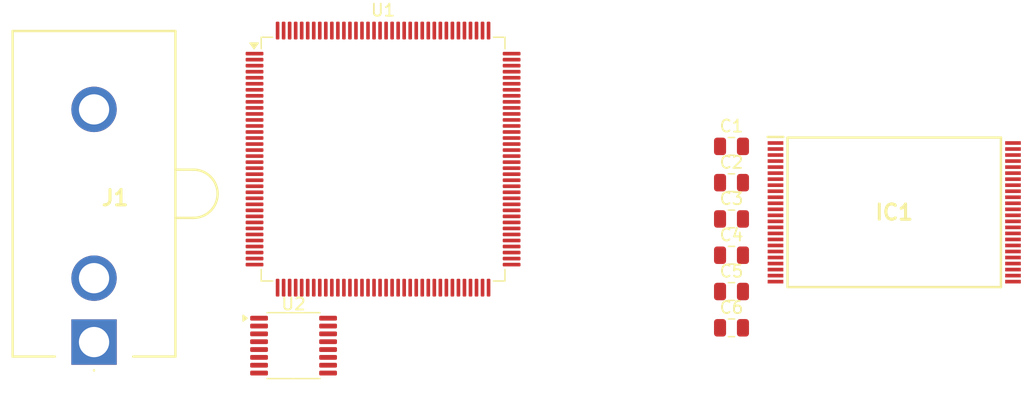
<source format=kicad_pcb>
(kicad_pcb (version 20240108) (generator "pcbnew") (generator_version "8.0")
  (layers (0 "F.Cu" signal) (31 "B.Cu" signal) (34 "B.Paste" user) (35 "F.Paste" user) (36 "B.SilkS" user "B.Silkscreen") (37 "F.SilkS" user "F.Silkscreen") (38 "B.Mask" user) (39 "F.Mask" user) (44 "Edge.Cuts" user))
  (net 0 "")
  (net 1 "GND")
  (net 2 "Net-(U2-RIN)")
  (net 3 "Net-(U2-LIN)")
  (net 9 "/Flash_CLE")
  (net 11 "/Flash_IO8")
  (net 18 "Net-(U1-VSS-Pad107)")
  (net 25 "/Flash_IO6")
  (net 31 "/Flash_IO3")
  (net 33 "/Flash_IO5")
  (net 37 "/I2S1_SDI")
  (net 44 "/Flash_IO1")
  (net 45 "/FLash_ALE")
  (net 49 "/I2S1_MCK")
  (net 51 "/I2S1_CK")
  (net 55 "/I2S1_WS")
  (net 65 "/Flash_IO2")
  (net 87 "/Flash_IO4")
  (net 97 "/Flash_CE")
  (net 99 "/Flash_IO7")
  (net 103 "/Flash_RE")
  (net 135 "/Flash_WE")
  (net 140 "Net-(U2-GSEL)")
  (net 141 "/reset (probably to microcontroller)")
  (net 142 "Net-(U2-VCOM)")
  (net 143 "VDD")
  (net 144 "Net-(U2-REGO)")
  (net 145 "Net-(U2-VA)")
  (net 154 "/Flash_VCC2")
  (net 155 "/Flash_RY{slash}BY")
  (net 168 "/Flash_WP")
  (net 171 "/Flash_VSS2")
  (net 177 "/Flash_VSS1")
  (net 178 "/Flash_VCC1")
  (net 180 "/Flash_ALE")
  (footprint "Capacitor_SMD:C_0805_2012Metric" (layer "F.Cu") (at 237.65 79.04)
    (property "Reference" "C2" (at 0 -1.68 0) (layer "F.SilkS"))
    (property "Value" "1u")
    (fp_line (start -0.261252 -0.735) (end 0.261252 -0.735) (stroke (width 0.12)) (layer "F.SilkS"))
    (fp_line (start -0.261252 0.735) (end 0.261252 0.735) (stroke (width 0.12)) (layer "F.SilkS"))
    (pad "1" smd roundrect (at -0.95 0) (size 1 1.45) (layers "F.Cu" "F.Paste" "F.Mask") (net 144 "Net-(U2-REGO)"))
    (pad "2" smd roundrect (at 0.95 0) (size 1 1.45) (layers "F.Cu" "F.Paste" "F.Mask") (net 1 "GND"))
  )
  (footprint "Package_QFP:LQFP-144_20x20mm_P0.5mm" (layer "F.Cu") (at 208.75 77.0875)
    (property "Reference" "U1" (at 0 -12.35 0) (layer "F.SilkS"))
    (property "Value" "STM32H7A3ZITx")
    (fp_line (start -10.11 -10.11) (end -10.11 -9.16) (stroke (width 0.12)) (layer "F.SilkS"))
    (fp_line (start -10.11 10.11) (end -10.11 9.16) (stroke (width 0.12)) (layer "F.SilkS"))
    (fp_line (start -9.16 -10.11) (end -10.11 -10.11) (stroke (width 0.12)) (layer "F.SilkS"))
    (fp_line (start -9.16 10.11) (end -10.11 10.11) (stroke (width 0.12)) (layer "F.SilkS"))
    (fp_line (start 9.16 -10.11) (end 10.11 -10.11) (stroke (width 0.12)) (layer "F.SilkS"))
    (fp_line (start 9.16 10.11) (end 10.11 10.11) (stroke (width 0.12)) (layer "F.SilkS"))
    (fp_line (start 10.11 -10.11) (end 10.11 -9.16) (stroke (width 0.12)) (layer "F.SilkS"))
    (fp_line (start 10.11 10.11) (end 10.11 9.16) (stroke (width 0.12)) (layer "F.SilkS"))
    (fp_poly (pts (xy -10.7 -9.16) (xy -11.04 -9.63) (xy -10.36 -9.63) (xy -10.7 -9.16)) (stroke (width 0.12)) (fill solid) (layer "F.SilkS"))
    (pad "1" smd roundrect (at -10.6625 -8.75) (size 1.475 0.3) (layers "F.Cu" "F.Paste" "F.Mask"))
    (pad "2" smd roundrect (at -10.6625 -8.25) (size 1.475 0.3) (layers "F.Cu" "F.Paste" "F.Mask"))
    (pad "3" smd roundrect (at -10.6625 -7.75) (size 1.475 0.3) (layers "F.Cu" "F.Paste" "F.Mask"))
    (pad "4" smd roundrect (at -10.6625 -7.25) (size 1.475 0.3) (layers "F.Cu" "F.Paste" "F.Mask"))
    (pad "5" smd roundrect (at -10.6625 -6.75) (size 1.475 0.3) (layers "F.Cu" "F.Paste" "F.Mask"))
    (pad "6" smd roundrect (at -10.6625 -6.25) (size 1.475 0.3) (layers "F.Cu" "F.Paste" "F.Mask"))
    (pad "7" smd roundrect (at -10.6625 -5.75) (size 1.475 0.3) (layers "F.Cu" "F.Paste" "F.Mask"))
    (pad "8" smd roundrect (at -10.6625 -5.25) (size 1.475 0.3) (layers "F.Cu" "F.Paste" "F.Mask"))
    (pad "9" smd roundrect (at -10.6625 -4.75) (size 1.475 0.3) (layers "F.Cu" "F.Paste" "F.Mask"))
    (pad "10" smd roundrect (at -10.6625 -4.25) (size 1.475 0.3) (layers "F.Cu" "F.Paste" "F.Mask"))
    (pad "11" smd roundrect (at -10.6625 -3.75) (size 1.475 0.3) (layers "F.Cu" "F.Paste" "F.Mask"))
    (pad "12" smd roundrect (at -10.6625 -3.25) (size 1.475 0.3) (layers "F.Cu" "F.Paste" "F.Mask"))
    (pad "13" smd roundrect (at -10.6625 -2.75) (size 1.475 0.3) (layers "F.Cu" "F.Paste" "F.Mask"))
    (pad "14" smd roundrect (at -10.6625 -2.25) (size 1.475 0.3) (layers "F.Cu" "F.Paste" "F.Mask"))
    (pad "15" smd roundrect (at -10.6625 -1.75) (size 1.475 0.3) (layers "F.Cu" "F.Paste" "F.Mask"))
    (pad "16" smd roundrect (at -10.6625 -1.25) (size 1.475 0.3) (layers "F.Cu" "F.Paste" "F.Mask") (net 18 "Net-(U1-VSS-Pad107)"))
    (pad "17" smd roundrect (at -10.6625 -0.75) (size 1.475 0.3) (layers "F.Cu" "F.Paste" "F.Mask"))
    (pad "18" smd roundrect (at -10.6625 -0.25) (size 1.475 0.3) (layers "F.Cu" "F.Paste" "F.Mask"))
    (pad "19" smd roundrect (at -10.6625 0.25) (size 1.475 0.3) (layers "F.Cu" "F.Paste" "F.Mask"))
    (pad "20" smd roundrect (at -10.6625 0.75) (size 1.475 0.3) (layers "F.Cu" "F.Paste" "F.Mask"))
    (pad "21" smd roundrect (at -10.6625 1.25) (size 1.475 0.3) (layers "F.Cu" "F.Paste" "F.Mask"))
    (pad "22" smd roundrect (at -10.6625 1.75) (size 1.475 0.3) (layers "F.Cu" "F.Paste" "F.Mask"))
    (pad "23" smd roundrect (at -10.6625 2.25) (size 1.475 0.3) (layers "F.Cu" "F.Paste" "F.Mask"))
    (pad "24" smd roundrect (at -10.6625 2.75) (size 1.475 0.3) (layers "F.Cu" "F.Paste" "F.Mask"))
    (pad "25" smd roundrect (at -10.6625 3.25) (size 1.475 0.3) (layers "F.Cu" "F.Paste" "F.Mask"))
    (pad "26" smd roundrect (at -10.6625 3.75) (size 1.475 0.3) (layers "F.Cu" "F.Paste" "F.Mask"))
    (pad "27" smd roundrect (at -10.6625 4.25) (size 1.475 0.3) (layers "F.Cu" "F.Paste" "F.Mask"))
    (pad "28" smd roundrect (at -10.6625 4.75) (size 1.475 0.3) (layers "F.Cu" "F.Paste" "F.Mask"))
    (pad "29" smd roundrect (at -10.6625 5.25) (size 1.475 0.3) (layers "F.Cu" "F.Paste" "F.Mask"))
    (pad "30" smd roundrect (at -10.6625 5.75) (size 1.475 0.3) (layers "F.Cu" "F.Paste" "F.Mask"))
    (pad "31" smd roundrect (at -10.6625 6.25) (size 1.475 0.3) (layers "F.Cu" "F.Paste" "F.Mask"))
    (pad "32" smd roundrect (at -10.6625 6.75) (size 1.475 0.3) (layers "F.Cu" "F.Paste" "F.Mask"))
    (pad "33" smd roundrect (at -10.6625 7.25) (size 1.475 0.3) (layers "F.Cu" "F.Paste" "F.Mask"))
    (pad "34" smd roundrect (at -10.6625 7.75) (size 1.475 0.3) (layers "F.Cu" "F.Paste" "F.Mask"))
    (pad "35" smd roundrect (at -10.6625 8.25) (size 1.475 0.3) (layers "F.Cu" "F.Paste" "F.Mask"))
    (pad "36" smd roundrect (at -10.6625 8.75) (size 1.475 0.3) (layers "F.Cu" "F.Paste" "F.Mask"))
    (pad "37" smd roundrect (at -8.75 10.6625) (size 0.3 1.475) (layers "F.Cu" "F.Paste" "F.Mask"))
    (pad "38" smd roundrect (at -8.25 10.6625) (size 0.3 1.475) (layers "F.Cu" "F.Paste" "F.Mask") (net 18 "Net-(U1-VSS-Pad107)"))
    (pad "39" smd roundrect (at -7.75 10.6625) (size 0.3 1.475) (layers "F.Cu" "F.Paste" "F.Mask"))
    (pad "40" smd roundrect (at -7.25 10.6625) (size 0.3 1.475) (layers "F.Cu" "F.Paste" "F.Mask"))
    (pad "41" smd roundrect (at -6.75 10.6625) (size 0.3 1.475) (layers "F.Cu" "F.Paste" "F.Mask") (net 51 "/I2S1_CK"))
    (pad "42" smd roundrect (at -6.25 10.6625) (size 0.3 1.475) (layers "F.Cu" "F.Paste" "F.Mask") (net 37 "/I2S1_SDI"))
    (pad "43" smd roundrect (at -5.75 10.6625) (size 0.3 1.475) (layers "F.Cu" "F.Paste" "F.Mask"))
    (pad "44" smd roundrect (at -5.25 10.6625) (size 0.3 1.475) (layers "F.Cu" "F.Paste" "F.Mask") (net 49 "/I2S1_MCK"))
    (pad "45" smd roundrect (at -4.75 10.6625) (size 0.3 1.475) (layers "F.Cu" "F.Paste" "F.Mask"))
    (pad "46" smd roundrect (at -4.25 10.6625) (size 0.3 1.475) (layers "F.Cu" "F.Paste" "F.Mask"))
    (pad "47" smd roundrect (at -3.75 10.6625) (size 0.3 1.475) (layers "F.Cu" "F.Paste" "F.Mask"))
    (pad "48" smd roundrect (at -3.25 10.6625) (size 0.3 1.475) (layers "F.Cu" "F.Paste" "F.Mask"))
    (pad "49" smd roundrect (at -2.75 10.6625) (size 0.3 1.475) (layers "F.Cu" "F.Paste" "F.Mask"))
    (pad "50" smd roundrect (at -2.25 10.6625) (size 0.3 1.475) (layers "F.Cu" "F.Paste" "F.Mask"))
    (pad "51" smd roundrect (at -1.75 10.6625) (size 0.3 1.475) (layers "F.Cu" "F.Paste" "F.Mask") (net 18 "Net-(U1-VSS-Pad107)"))
    (pad "52" smd roundrect (at -1.25 10.6625) (size 0.3 1.475) (layers "F.Cu" "F.Paste" "F.Mask"))
    (pad "53" smd roundrect (at -0.75 10.6625) (size 0.3 1.475) (layers "F.Cu" "F.Paste" "F.Mask"))
    (pad "54" smd roundrect (at -0.25 10.6625) (size 0.3 1.475) (layers "F.Cu" "F.Paste" "F.Mask"))
    (pad "55" smd roundrect (at 0.25 10.6625) (size 0.3 1.475) (layers "F.Cu" "F.Paste" "F.Mask"))
    (pad "56" smd roundrect (at 0.75 10.6625) (size 0.3 1.475) (layers "F.Cu" "F.Paste" "F.Mask"))
    (pad "57" smd roundrect (at 1.25 10.6625) (size 0.3 1.475) (layers "F.Cu" "F.Paste" "F.Mask"))
    (pad "58" smd roundrect (at 1.75 10.6625) (size 0.3 1.475) (layers "F.Cu" "F.Paste" "F.Mask") (net 33 "/Flash_IO5"))
    (pad "59" smd roundrect (at 2.25 10.6625) (size 0.3 1.475) (layers "F.Cu" "F.Paste" "F.Mask") (net 25 "/Flash_IO6"))
    (pad "60" smd roundrect (at 2.75 10.6625) (size 0.3 1.475) (layers "F.Cu" "F.Paste" "F.Mask") (net 99 "/Flash_IO7"))
    (pad "61" smd roundrect (at 3.25 10.6625) (size 0.3 1.475) (layers "F.Cu" "F.Paste" "F.Mask") (net 18 "Net-(U1-VSS-Pad107)"))
    (pad "62" smd roundrect (at 3.75 10.6625) (size 0.3 1.475) (layers "F.Cu" "F.Paste" "F.Mask"))
    (pad "63" smd roundrect (at 4.25 10.6625) (size 0.3 1.475) (layers "F.Cu" "F.Paste" "F.Mask") (net 11 "/Flash_IO8"))
    (pad "64" smd roundrect (at 4.75 10.6625) (size 0.3 1.475) (layers "F.Cu" "F.Paste" "F.Mask"))
    (pad "65" smd roundrect (at 5.25 10.6625) (size 0.3 1.475) (layers "F.Cu" "F.Paste" "F.Mask"))
    (pad "66" smd roundrect (at 5.75 10.6625) (size 0.3 1.475) (layers "F.Cu" "F.Paste" "F.Mask"))
    (pad "67" smd roundrect (at 6.25 10.6625) (size 0.3 1.475) (layers "F.Cu" "F.Paste" "F.Mask"))
    (pad "68" smd roundrect (at 6.75 10.6625) (size 0.3 1.475) (layers "F.Cu" "F.Paste" "F.Mask"))
    (pad "69" smd roundrect (at 7.25 10.6625) (size 0.3 1.475) (layers "F.Cu" "F.Paste" "F.Mask"))
    (pad "70" smd roundrect (at 7.75 10.6625) (size 0.3 1.475) (layers "F.Cu" "F.Paste" "F.Mask"))
    (pad "71" smd roundrect (at 8.25 10.6625) (size 0.3 1.475) (layers "F.Cu" "F.Paste" "F.Mask"))
    (pad "72" smd roundrect (at 8.75 10.6625) (size 0.3 1.475) (layers "F.Cu" "F.Paste" "F.Mask"))
    (pad "73" smd roundrect (at 10.6625 8.75) (size 1.475 0.3) (layers "F.Cu" "F.Paste" "F.Mask"))
    (pad "74" smd roundrect (at 10.6625 8.25) (size 1.475 0.3) (layers "F.Cu" "F.Paste" "F.Mask"))
    (pad "75" smd roundrect (at 10.6625 7.75) (size 1.475 0.3) (layers "F.Cu" "F.Paste" "F.Mask"))
    (pad "76" smd roundrect (at 10.6625 7.25) (size 1.475 0.3) (layers "F.Cu" "F.Paste" "F.Mask"))
    (pad "77" smd roundrect (at 10.6625 6.75) (size 1.475 0.3) (layers "F.Cu" "F.Paste" "F.Mask"))
    (pad "78" smd roundrect (at 10.6625 6.25) (size 1.475 0.3) (layers "F.Cu" "F.Paste" "F.Mask"))
    (pad "79" smd roundrect (at 10.6625 5.75) (size 1.475 0.3) (layers "F.Cu" "F.Paste" "F.Mask"))
    (pad "80" smd roundrect (at 10.6625 5.25) (size 1.475 0.3) (layers "F.Cu" "F.Paste" "F.Mask") (net 45 "/FLash_ALE"))
    (pad "81" smd roundrect (at 10.6625 4.75) (size 1.475 0.3) (layers "F.Cu" "F.Paste" "F.Mask") (net 9 "/Flash_CLE"))
    (pad "82" smd roundrect (at 10.6625 4.25) (size 1.475 0.3) (layers "F.Cu" "F.Paste" "F.Mask"))
    (pad "83" smd roundrect (at 10.6625 3.75) (size 1.475 0.3) (layers "F.Cu" "F.Paste" "F.Mask") (net 18 "Net-(U1-VSS-Pad107)"))
    (pad "84" smd roundrect (at 10.6625 3.25) (size 1.475 0.3) (layers "F.Cu" "F.Paste" "F.Mask"))
    (pad "85" smd roundrect (at 10.6625 2.75) (size 1.475 0.3) (layers "F.Cu" "F.Paste" "F.Mask") (net 44 "/Flash_IO1"))
    (pad "86" smd roundrect (at 10.6625 2.25) (size 1.475 0.3) (layers "F.Cu" "F.Paste" "F.Mask") (net 65 "/Flash_IO2"))
    (pad "87" smd roundrect (at 10.6625 1.75) (size 1.475 0.3) (layers "F.Cu" "F.Paste" "F.Mask"))
    (pad "88" smd roundrect (at 10.6625 1.25) (size 1.475 0.3) (layers "F.Cu" "F.Paste" "F.Mask"))
    (pad "89" smd roundrect (at 10.6625 0.75) (size 1.475 0.3) (layers "F.Cu" "F.Paste" "F.Mask"))
    (pad "90" smd roundrect (at 10.6625 0.25) (size 1.475 0.3) (layers "F.Cu" "F.Paste" "F.Mask"))
    (pad "91" smd roundrect (at 10.6625 -0.25) (size 1.475 0.3) (layers "F.Cu" "F.Paste" "F.Mask"))
    (pad "92" smd roundrect (at 10.6625 -0.75) (size 1.475 0.3) (layers "F.Cu" "F.Paste" "F.Mask"))
    (pad "93" smd roundrect (at 10.6625 -1.25) (size 1.475 0.3) (layers "F.Cu" "F.Paste" "F.Mask"))
    (pad "94" smd roundrect (at 10.6625 -1.75) (size 1.475 0.3) (layers "F.Cu" "F.Paste" "F.Mask") (net 18 "Net-(U1-VSS-Pad107)"))
    (pad "95" smd roundrect (at 10.6625 -2.25) (size 1.475 0.3) (layers "F.Cu" "F.Paste" "F.Mask"))
    (pad "96" smd roundrect (at 10.6625 -2.75) (size 1.475 0.3) (layers "F.Cu" "F.Paste" "F.Mask"))
    (pad "97" smd roundrect (at 10.6625 -3.25) (size 1.475 0.3) (layers "F.Cu" "F.Paste" "F.Mask"))
    (pad "98" smd roundrect (at 10.6625 -3.75) (size 1.475 0.3) (layers "F.Cu" "F.Paste" "F.Mask") (net 97 "/Flash_CE"))
    (pad "99" smd roundrect (at 10.6625 -4.25) (size 1.475 0.3) (layers "F.Cu" "F.Paste" "F.Mask"))
    (pad "100" smd roundrect (at 10.6625 -4.75) (size 1.475 0.3) (layers "F.Cu" "F.Paste" "F.Mask"))
    (pad "101" smd roundrect (at 10.6625 -5.25) (size 1.475 0.3) (layers "F.Cu" "F.Paste" "F.Mask"))
    (pad "102" smd roundrect (at 10.6625 -5.75) (size 1.475 0.3) (layers "F.Cu" "F.Paste" "F.Mask"))
    (pad "103" smd roundrect (at 10.6625 -6.25) (size 1.475 0.3) (layers "F.Cu" "F.Paste" "F.Mask"))
    (pad "104" smd roundrect (at 10.6625 -6.75) (size 1.475 0.3) (layers "F.Cu" "F.Paste" "F.Mask"))
    (pad "105" smd roundrect (at 10.6625 -7.25) (size 1.475 0.3) (layers "F.Cu" "F.Paste" "F.Mask"))
    (pad "106" smd roundrect (at 10.6625 -7.75) (size 1.475 0.3) (layers "F.Cu" "F.Paste" "F.Mask"))
    (pad "107" smd roundrect (at 10.6625 -8.25) (size 1.475 0.3) (layers "F.Cu" "F.Paste" "F.Mask") (net 18 "Net-(U1-VSS-Pad107)"))
    (pad "108" smd roundrect (at 10.6625 -8.75) (size 1.475 0.3) (layers "F.Cu" "F.Paste" "F.Mask"))
    (pad "109" smd roundrect (at 8.75 -10.6625) (size 0.3 1.475) (layers "F.Cu" "F.Paste" "F.Mask"))
    (pad "110" smd roundrect (at 8.25 -10.6625) (size 0.3 1.475) (layers "F.Cu" "F.Paste" "F.Mask") (net 55 "/I2S1_WS"))
    (pad "111" smd roundrect (at 7.75 -10.6625) (size 0.3 1.475) (layers "F.Cu" "F.Paste" "F.Mask"))
    (pad "112" smd roundrect (at 7.25 -10.6625) (size 0.3 1.475) (layers "F.Cu" "F.Paste" "F.Mask"))
    (pad "113" smd roundrect (at 6.75 -10.6625) (size 0.3 1.475) (layers "F.Cu" "F.Paste" "F.Mask"))
    (pad "114" smd roundrect (at 6.25 -10.6625) (size 0.3 1.475) (layers "F.Cu" "F.Paste" "F.Mask") (net 31 "/Flash_IO3"))
    (pad "115" smd roundrect (at 5.75 -10.6625) (size 0.3 1.475) (layers "F.Cu" "F.Paste" "F.Mask") (net 87 "/Flash_IO4"))
    (pad "116" smd roundrect (at 5.25 -10.6625) (size 0.3 1.475) (layers "F.Cu" "F.Paste" "F.Mask"))
    (pad "117" smd roundrect (at 4.75 -10.6625) (size 0.3 1.475) (layers "F.Cu" "F.Paste" "F.Mask"))
    (pad "118" smd roundrect (at 4.25 -10.6625) (size 0.3 1.475) (layers "F.Cu" "F.Paste" "F.Mask") (net 103 "/Flash_RE"))
    (pad "119" smd roundrect (at 3.75 -10.6625) (size 0.3 1.475) (layers "F.Cu" "F.Paste" "F.Mask") (net 135 "/Flash_WE"))
    (pad "120" smd roundrect (at 3.25 -10.6625) (size 0.3 1.475) (layers "F.Cu" "F.Paste" "F.Mask") (net 18 "Net-(U1-VSS-Pad107)"))
    (pad "121" smd roundrect (at 2.75 -10.6625) (size 0.3 1.475) (layers "F.Cu" "F.Paste" "F.Mask"))
    (pad "122" smd roundrect (at 2.25 -10.6625) (size 0.3 1.475) (layers "F.Cu" "F.Paste" "F.Mask"))
    (pad "123" smd roundrect (at 1.75 -10.6625) (size 0.3 1.475) (layers "F.Cu" "F.Paste" "F.Mask"))
    (pad "124" smd roundrect (at 1.25 -10.6625) (size 0.3 1.475) (layers "F.Cu" "F.Paste" "F.Mask"))
    (pad "125" smd roundrect (at 0.75 -10.6625) (size 0.3 1.475) (layers "F.Cu" "F.Paste" "F.Mask"))
    (pad "126" smd roundrect (at 0.25 -10.6625) (size 0.3 1.475) (layers "F.Cu" "F.Paste" "F.Mask"))
    (pad "127" smd roundrect (at -0.25 -10.6625) (size 0.3 1.475) (layers "F.Cu" "F.Paste" "F.Mask"))
    (pad "128" smd roundrect (at -0.75 -10.6625) (size 0.3 1.475) (layers "F.Cu" "F.Paste" "F.Mask"))
    (pad "129" smd roundrect (at -1.25 -10.6625) (size 0.3 1.475) (layers "F.Cu" "F.Paste" "F.Mask"))
    (pad "130" smd roundrect (at -1.75 -10.6625) (size 0.3 1.475) (layers "F.Cu" "F.Paste" "F.Mask") (net 18 "Net-(U1-VSS-Pad107)"))
    (pad "131" smd roundrect (at -2.25 -10.6625) (size 0.3 1.475) (layers "F.Cu" "F.Paste" "F.Mask"))
    (pad "132" smd roundrect (at -2.75 -10.6625) (size 0.3 1.475) (layers "F.Cu" "F.Paste" "F.Mask"))
    (pad "133" smd roundrect (at -3.25 -10.6625) (size 0.3 1.475) (layers "F.Cu" "F.Paste" "F.Mask"))
    (pad "134" smd roundrect (at -3.75 -10.6625) (size 0.3 1.475) (layers "F.Cu" "F.Paste" "F.Mask"))
    (pad "135" smd roundrect (at -4.25 -10.6625) (size 0.3 1.475) (layers "F.Cu" "F.Paste" "F.Mask"))
    (pad "136" smd roundrect (at -4.75 -10.6625) (size 0.3 1.475) (layers "F.Cu" "F.Paste" "F.Mask"))
    (pad "137" smd roundrect (at -5.25 -10.6625) (size 0.3 1.475) (layers "F.Cu" "F.Paste" "F.Mask"))
    (pad "138" smd roundrect (at -5.75 -10.6625) (size 0.3 1.475) (layers "F.Cu" "F.Paste" "F.Mask"))
    (pad "139" smd roundrect (at -6.25 -10.6625) (size 0.3 1.475) (layers "F.Cu" "F.Paste" "F.Mask"))
    (pad "140" smd roundrect (at -6.75 -10.6625) (size 0.3 1.475) (layers "F.Cu" "F.Paste" "F.Mask"))
    (pad "141" smd roundrect (at -7.25 -10.6625) (size 0.3 1.475) (layers "F.Cu" "F.Paste" "F.Mask"))
    (pad "142" smd roundrect (at -7.75 -10.6625) (size 0.3 1.475) (layers "F.Cu" "F.Paste" "F.Mask"))
    (pad "143" smd roundrect (at -8.25 -10.6625) (size 0.3 1.475) (layers "F.Cu" "F.Paste" "F.Mask"))
    (pad "144" smd roundrect (at -8.75 -10.6625) (size 0.3 1.475) (layers "F.Cu" "F.Paste" "F.Mask"))
  )
  (footprint "Capacitor_SMD:C_0805_2012Metric" (layer "F.Cu") (at 237.65 85.06)
    (property "Reference" "C4" (at 0 -1.68 0) (layer "F.SilkS"))
    (property "Value" "10u")
    (fp_line (start -0.261252 -0.735) (end 0.261252 -0.735) (stroke (width 0.12)) (layer "F.SilkS"))
    (fp_line (start -0.261252 0.735) (end 0.261252 0.735) (stroke (width 0.12)) (layer "F.SilkS"))
    (pad "1" smd roundrect (at -0.95 0) (size 1 1.45) (layers "F.Cu" "F.Paste" "F.Mask") (net 145 "Net-(U2-VA)"))
    (pad "2" smd roundrect (at 0.95 0) (size 1 1.45) (layers "F.Cu" "F.Paste" "F.Mask") (net 1 "GND"))
  )
  (footprint "KiCad:SOP50P2000X120-48N" (layer "F.Cu") (at 251.15 81.5)
    (property "Reference" "IC1" (at 0 0 0) (layer "F.SilkS") (effects (font (size 1.27 1.27) (thickness 0.254))))
    (property "Value" "TC58BVG1S3HTA00" (hide yes))
    (fp_line (start -10.5 -6.25) (end -9.2 -6.25) (stroke (width 0.2)) (layer "F.SilkS"))
    (fp_line (start -8.85 -6.2) (end 8.85 -6.2) (stroke (width 0.2)) (layer "F.SilkS"))
    (fp_line (start -8.85 6.2) (end -8.85 -6.2) (stroke (width 0.2)) (layer "F.SilkS"))
    (fp_line (start 8.85 -6.2) (end 8.85 6.2) (stroke (width 0.2)) (layer "F.SilkS"))
    (fp_line (start 8.85 6.2) (end -8.85 6.2) (stroke (width 0.2)) (layer "F.SilkS"))
    (pad "1" smd rect (at -9.85 -5.75 90) (size 0.3 1.3) (layers "F.Cu" "F.Paste" "F.Mask"))
    (pad "2" smd rect (at -9.85 -5.25 90) (size 0.3 1.3) (layers "F.Cu" "F.Paste" "F.Mask"))
    (pad "3" smd rect (at -9.85 -4.75 90) (size 0.3 1.3) (layers "F.Cu" "F.Paste" "F.Mask"))
    (pad "4" smd rect (at -9.85 -4.25 90) (size 0.3 1.3) (layers "F.Cu" "F.Paste" "F.Mask"))
    (pad "5" smd rect (at -9.85 -3.75 90) (size 0.3 1.3) (layers "F.Cu" "F.Paste" "F.Mask"))
    (pad "6" smd rect (at -9.85 -3.25 90) (size 0.3 1.3) (layers "F.Cu" "F.Paste" "F.Mask"))
    (pad "7" smd rect (at -9.85 -2.75 90) (size 0.3 1.3) (layers "F.Cu" "F.Paste" "F.Mask") (net 155 "/Flash_RY{slash}BY"))
    (pad "8" smd rect (at -9.85 -2.25 90) (size 0.3 1.3) (layers "F.Cu" "F.Paste" "F.Mask") (net 103 "/Flash_RE"))
    (pad "9" smd rect (at -9.85 -1.75 90) (size 0.3 1.3) (layers "F.Cu" "F.Paste" "F.Mask") (net 97 "/Flash_CE"))
    (pad "10" smd rect (at -9.85 -1.25 90) (size 0.3 1.3) (layers "F.Cu" "F.Paste" "F.Mask"))
    (pad "11" smd rect (at -9.85 -0.75 90) (size 0.3 1.3) (layers "F.Cu" "F.Paste" "F.Mask"))
    (pad "12" smd rect (at -9.85 -0.25 90) (size 0.3 1.3) (layers "F.Cu" "F.Paste" "F.Mask") (net 178 "/Flash_VCC1"))
    (pad "13" smd rect (at -9.85 0.25 90) (size 0.3 1.3) (layers "F.Cu" "F.Paste" "F.Mask") (net 177 "/Flash_VSS1"))
    (pad "14" smd rect (at -9.85 0.75 90) (size 0.3 1.3) (layers "F.Cu" "F.Paste" "F.Mask"))
    (pad "15" smd rect (at -9.85 1.25 90) (size 0.3 1.3) (layers "F.Cu" "F.Paste" "F.Mask"))
    (pad "16" smd rect (at -9.85 1.75 90) (size 0.3 1.3) (layers "F.Cu" "F.Paste" "F.Mask") (net 9 "/Flash_CLE"))
    (pad "17" smd rect (at -9.85 2.25 90) (size 0.3 1.3) (layers "F.Cu" "F.Paste" "F.Mask") (net 180 "/Flash_ALE"))
    (pad "18" smd rect (at -9.85 2.75 90) (size 0.3 1.3) (layers "F.Cu" "F.Paste" "F.Mask") (net 135 "/Flash_WE"))
    (pad "19" smd rect (at -9.85 3.25 90) (size 0.3 1.3) (layers "F.Cu" "F.Paste" "F.Mask") (net 168 "/Flash_WP"))
    (pad "20" smd rect (at -9.85 3.75 90) (size 0.3 1.3) (layers "F.Cu" "F.Paste" "F.Mask"))
    (pad "21" smd rect (at -9.85 4.25 90) (size 0.3 1.3) (layers "F.Cu" "F.Paste" "F.Mask"))
    (pad "22" smd rect (at -9.85 4.75 90) (size 0.3 1.3) (layers "F.Cu" "F.Paste" "F.Mask"))
    (pad "23" smd rect (at -9.85 5.25 90) (size 0.3 1.3) (layers "F.Cu" "F.Paste" "F.Mask"))
    (pad "24" smd rect (at -9.85 5.75 90) (size 0.3 1.3) (layers "F.Cu" "F.Paste" "F.Mask"))
    (pad "25" smd rect (at 9.85 5.75 90) (size 0.3 1.3) (layers "F.Cu" "F.Paste" "F.Mask"))
    (pad "26" smd rect (at 9.85 5.25 90) (size 0.3 1.3) (layers "F.Cu" "F.Paste" "F.Mask"))
    (pad "27" smd rect (at 9.85 4.75 90) (size 0.3 1.3) (layers "F.Cu" "F.Paste" "F.Mask"))
    (pad "28" smd rect (at 9.85 4.25 90) (size 0.3 1.3) (layers "F.Cu" "F.Paste" "F.Mask"))
    (pad "29" smd rect (at 9.85 3.75 90) (size 0.3 1.3) (layers "F.Cu" "F.Paste" "F.Mask") (net 44 "/Flash_IO1"))
    (pad "30" smd rect (at 9.85 3.25 90) (size 0.3 1.3) (layers "F.Cu" "F.Paste" "F.Mask") (net 65 "/Flash_IO2"))
    (pad "31" smd rect (at 9.85 2.75 90) (size 0.3 1.3) (layers "F.Cu" "F.Paste" "F.Mask") (net 31 "/Flash_IO3"))
    (pad "32" smd rect (at 9.85 2.25 90) (size 0.3 1.3) (layers "F.Cu" "F.Paste" "F.Mask") (net 87 "/Flash_IO4"))
    (pad "33" smd rect (at 9.85 1.75 90) (size 0.3 1.3) (layers "F.Cu" "F.Paste" "F.Mask"))
    (pad "34" smd rect (at 9.85 1.25 90) (size 0.3 1.3) (layers "F.Cu" "F.Paste" "F.Mask"))
    (pad "35" smd rect (at 9.85 0.75 90) (size 0.3 1.3) (layers "F.Cu" "F.Paste" "F.Mask"))
    (pad "36" smd rect (at 9.85 0.25 90) (size 0.3 1.3) (layers "F.Cu" "F.Paste" "F.Mask") (net 171 "/Flash_VSS2"))
    (pad "37" smd rect (at 9.85 -0.25 90) (size 0.3 1.3) (layers "F.Cu" "F.Paste" "F.Mask") (net 154 "/Flash_VCC2"))
    (pad "38" smd rect (at 9.85 -0.75 90) (size 0.3 1.3) (layers "F.Cu" "F.Paste" "F.Mask"))
    (pad "39" smd rect (at 9.85 -1.25 90) (size 0.3 1.3) (layers "F.Cu" "F.Paste" "F.Mask"))
    (pad "40" smd rect (at 9.85 -1.75 90) (size 0.3 1.3) (layers "F.Cu" "F.Paste" "F.Mask"))
    (pad "41" smd rect (at 9.85 -2.25 90) (size 0.3 1.3) (layers "F.Cu" "F.Paste" "F.Mask") (net 33 "/Flash_IO5"))
    (pad "42" smd rect (at 9.85 -2.75 90) (size 0.3 1.3) (layers "F.Cu" "F.Paste" "F.Mask") (net 25 "/Flash_IO6"))
    (pad "43" smd rect (at 9.85 -3.25 90) (size 0.3 1.3) (layers "F.Cu" "F.Paste" "F.Mask") (net 99 "/Flash_IO7"))
    (pad "44" smd rect (at 9.85 -3.75 90) (size 0.3 1.3) (layers "F.Cu" "F.Paste" "F.Mask") (net 11 "/Flash_IO8"))
    (pad "45" smd rect (at 9.85 -4.25 90) (size 0.3 1.3) (layers "F.Cu" "F.Paste" "F.Mask"))
    (pad "46" smd rect (at 9.85 -4.75 90) (size 0.3 1.3) (layers "F.Cu" "F.Paste" "F.Mask"))
    (pad "47" smd rect (at 9.85 -5.25 90) (size 0.3 1.3) (layers "F.Cu" "F.Paste" "F.Mask"))
    (pad "48" smd rect (at 9.85 -5.75 90) (size 0.3 1.3) (layers "F.Cu" "F.Paste" "F.Mask"))
  )
  (footprint "Capacitor_SMD:C_0805_2012Metric" (layer "F.Cu") (at 237.65 76.03)
    (property "Reference" "C1" (at 0 -1.68 0) (layer "F.SilkS"))
    (property "Value" ".47u")
    (fp_line (start -0.261252 -0.735) (end 0.261252 -0.735) (stroke (width 0.12)) (layer "F.SilkS"))
    (fp_line (start -0.261252 0.735) (end 0.261252 0.735) (stroke (width 0.12)) (layer "F.SilkS"))
    (pad "1" smd roundrect (at -0.95 0) (size 1 1.45) (layers "F.Cu" "F.Paste" "F.Mask") (net 142 "Net-(U2-VCOM)"))
    (pad "2" smd roundrect (at 0.95 0) (size 1 1.45) (layers "F.Cu" "F.Paste" "F.Mask") (net 1 "GND"))
  )
  (footprint "CustomModels:FW6190" (layer "F.Cu") (at 184.775 92.2625)
    (property "Reference" "J1" (at 1.75 -11.959 0) (layer "F.SilkS") (effects (font (size 1.27 1.27) (thickness 0.254))))
    (property "Value" "FW6190" (hide yes))
    (fp_line (start -6.75 -25.8) (end 6.75 -25.8) (stroke (width 0.2)) (layer "F.SilkS"))
    (fp_line (start -6.75 1.2) (end -6.75 -25.8) (stroke (width 0.2)) (layer "F.SilkS"))
    (fp_line (start -3.25 1.2) (end -6.75 1.2) (stroke (width 0.2)) (layer "F.SilkS"))
    (fp_line (start 0 2.3) (end 0 2.3) (stroke (width 0.1)) (layer "F.SilkS"))
    (fp_line (start 0 2.4) (end 0 2.4) (stroke (width 0.1)) (layer "F.SilkS"))
    (fp_line (start 6.75 -25.8) (end 6.75 1.2) (stroke (width 0.2)) (layer "F.SilkS"))
    (fp_line (start 6.75 -14.3) (end 8.25 -14.3) (stroke (width 0.2)) (layer "F.SilkS"))
    (fp_line (start 6.75 1.2) (end 3.25 1.2) (stroke (width 0.2)) (layer "F.SilkS"))
    (fp_line (start 8.25 -14.3) (end 8.25 -14.3) (stroke (width 0.2)) (layer "F.SilkS"))
    (fp_line (start 8.25 -10.3) (end 6.75 -10.3) (stroke (width 0.2)) (layer "F.SilkS"))
    (fp_arc (start 0 2.3) (mid 0.05 2.35) (end 0 2.4) (stroke (width 0.1)) (layer "F.SilkS"))
    (fp_arc (start 0 2.4) (mid -0.05 2.35) (end 0 2.3) (stroke (width 0.1)) (layer "F.SilkS"))
    (fp_arc (start 8.25 -14.3) (mid 10.25 -12.3) (end 8.25 -10.3) (stroke (width 0.2)) (layer "F.SilkS"))
    (pad "1" thru_hole rect (at 0 0) (size 3.765 3.765) (drill 2.51) (layers "*.Cu" "*.Mask") (net 1 "GND"))
    (pad "2" thru_hole circle (at 0 -5.3) (size 3.765 3.765) (drill 2.51) (layers "*.Cu" "*.Mask") (net 2 "Net-(U2-RIN)"))
    (pad "3" thru_hole circle (at 0 -19.3) (size 3.765 3.765) (drill 2.51) (layers "*.Cu" "*.Mask") (net 3 "Net-(U2-LIN)"))
  )
  (footprint "Capacitor_SMD:C_0805_2012Metric" (layer "F.Cu") (at 237.65 88.07)
    (property "Reference" "C5" (at 0 -1.68 0) (layer "F.SilkS"))
    (property "Value" ".1u")
    (fp_line (start -0.261252 -0.735) (end 0.261252 -0.735) (stroke (width 0.12)) (layer "F.SilkS"))
    (fp_line (start -0.261252 0.735) (end 0.261252 0.735) (stroke (width 0.12)) (layer "F.SilkS"))
    (pad "1" smd roundrect (at -0.95 0) (size 1 1.45) (layers "F.Cu" "F.Paste" "F.Mask") (net 140 "Net-(U2-GSEL)"))
    (pad "2" smd roundrect (at 0.95 0) (size 1 1.45) (layers "F.Cu" "F.Paste" "F.Mask") (net 1 "GND"))
  )
  (footprint "Package_SO:TSSOP-16_4.4x5mm_P0.65mm" (layer "F.Cu") (at 201.325 92.5575)
    (property "Reference" "U2" (at 0 -3.45 0) (layer "F.SilkS"))
    (property "Value" "AK5720VT")
    (fp_line (start 0 -2.735) (end -2.2 -2.735) (stroke (width 0.12)) (layer "F.SilkS"))
    (fp_line (start 0 -2.735) (end 2.2 -2.735) (stroke (width 0.12)) (layer "F.SilkS"))
    (fp_line (start 0 2.735) (end -2.2 2.735) (stroke (width 0.12)) (layer "F.SilkS"))
    (fp_line (start 0 2.735) (end 2.2 2.735) (stroke (width 0.12)) (layer "F.SilkS"))
    (fp_poly (pts (xy -3.86 -2.275) (xy -4.19 -2.515) (xy -4.19 -2.035) (xy -3.86 -2.275)) (stroke (width 0.12)) (fill solid) (layer "F.SilkS"))
    (pad "1" smd roundrect (at -2.8625 -2.275) (size 1.475 0.4) (layers "F.Cu" "F.Paste" "F.Mask") (net 142 "Net-(U2-VCOM)"))
    (pad "2" smd roundrect (at -2.8625 -1.625) (size 1.475 0.4) (layers "F.Cu" "F.Paste" "F.Mask") (net 2 "Net-(U2-RIN)"))
    (pad "3" smd roundrect (at -2.8625 -0.975) (size 1.475 0.4) (layers "F.Cu" "F.Paste" "F.Mask") (net 3 "Net-(U2-LIN)"))
    (pad "4" smd roundrect (at -2.8625 -0.325) (size 1.475 0.4) (layers "F.Cu" "F.Paste" "F.Mask") (net 1 "GND"))
    (pad "5" smd roundrect (at -2.8625 0.325) (size 1.475 0.4) (layers "F.Cu" "F.Paste" "F.Mask") (net 145 "Net-(U2-VA)"))
    (pad "6" smd roundrect (at -2.8625 0.975) (size 1.475 0.4) (layers "F.Cu" "F.Paste" "F.Mask") (net 140 "Net-(U2-GSEL)"))
    (pad "7" smd roundrect (at -2.8625 1.625) (size 1.475 0.4) (layers "F.Cu" "F.Paste" "F.Mask") (net 140 "Net-(U2-GSEL)"))
    (pad "8" smd roundrect (at -2.8625 2.275) (size 1.475 0.4) (layers "F.Cu" "F.Paste" "F.Mask") (net 144 "Net-(U2-REGO)"))
    (pad "9" smd roundrect (at 2.8625 2.275) (size 1.475 0.4) (layers "F.Cu" "F.Paste" "F.Mask") (net 37 "/I2S1_SDI"))
    (pad "10" smd roundrect (at 2.8625 1.625) (size 1.475 0.4) (layers "F.Cu" "F.Paste" "F.Mask") (net 55 "/I2S1_WS"))
    (pad "11" smd roundrect (at 2.8625 0.975) (size 1.475 0.4) (layers "F.Cu" "F.Paste" "F.Mask") (net 49 "/I2S1_MCK"))
    (pad "12" smd roundrect (at 2.8625 0.325) (size 1.475 0.4) (layers "F.Cu" "F.Paste" "F.Mask") (net 51 "/I2S1_CK"))
    (pad "13" smd roundrect (at 2.8625 -0.325) (size 1.475 0.4) (layers "F.Cu" "F.Paste" "F.Mask") (net 141 "/reset (probably to microcontroller)"))
    (pad "14" smd roundrect (at 2.8625 -0.975) (size 1.475 0.4) (layers "F.Cu" "F.Paste" "F.Mask") (net 143 "VDD"))
    (pad "15" smd roundrect (at 2.8625 -1.625) (size 1.475 0.4) (layers "F.Cu" "F.Paste" "F.Mask") (net 1 "GND"))
    (pad "16" smd roundrect (at 2.8625 -2.275) (size 1.475 0.4) (layers "F.Cu" "F.Paste" "F.Mask") (net 1 "GND"))
  )
  (footprint "Capacitor_SMD:C_0805_2012Metric" (layer "F.Cu") (at 237.65 82.05)
    (property "Reference" "C3" (at 0 -1.68 0) (layer "F.SilkS"))
    (property "Value" ".1u")
    (fp_line (start -0.261252 -0.735) (end 0.261252 -0.735) (stroke (width 0.12)) (layer "F.SilkS"))
    (fp_line (start -0.261252 0.735) (end 0.261252 0.735) (stroke (width 0.12)) (layer "F.SilkS"))
    (pad "1" smd roundrect (at -0.95 0) (size 1 1.45) (layers "F.Cu" "F.Paste" "F.Mask") (net 1 "GND"))
    (pad "2" smd roundrect (at 0.95 0) (size 1 1.45) (layers "F.Cu" "F.Paste" "F.Mask") (net 145 "Net-(U2-VA)"))
  )
  (footprint "Capacitor_SMD:C_0805_2012Metric" (layer "F.Cu") (at 237.65 91.08)
    (property "Reference" "C6" (at 0 -1.68 0) (layer "F.SilkS"))
    (property "Value" "10u")
    (fp_line (start -0.261252 -0.735) (end 0.261252 -0.735) (stroke (width 0.12)) (layer "F.SilkS"))
    (fp_line (start -0.261252 0.735) (end 0.261252 0.735) (stroke (width 0.12)) (layer "F.SilkS"))
    (pad "1" smd roundrect (at -0.95 0) (size 1 1.45) (layers "F.Cu" "F.Paste" "F.Mask") (net 140 "Net-(U2-GSEL)"))
    (pad "2" smd roundrect (at 0.95 0) (size 1 1.45) (layers "F.Cu" "F.Paste" "F.Mask") (net 1 "GND"))
  )
)
</source>
